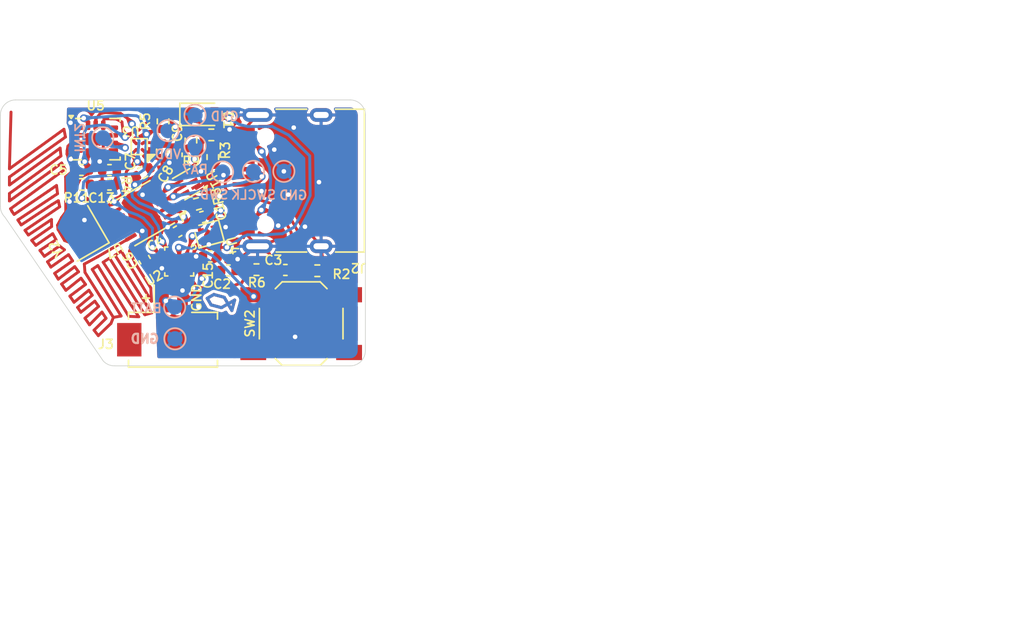
<source format=kicad_pcb>
(kicad_pcb (version 20241229) (generator "pcbnew") (generator_version "9.0")
  (layers (0 "F.Cu" signal) (2 "B.Cu" signal) (13 "F.Paste" user) (15 "B.Paste" user) (5 "F.SilkS" user "F.Silkscreen") (7 "B.SilkS" user "B.Silkscreen") (1 "F.Mask" user) (3 "B.Mask" user) (25 "Edge.Cuts" user))
  (net 0 "")
  (net 1 "+5V")
  (net 2 "GND")
  (net 3 "+BATT")
  (net 4 "VDD")
  (net 5 "Net-(U2-VDD)")
  (net 6 "Net-(U5-VDD)")
  (net 7 "Net-(U3-VDD)")
  (net 8 "LED")
  (net 10 "SWD")
  (net 11 "SWCLK")
  (net 12 "Net-(D1-K)")
  (net 13 "Net-(J2-CC1)")
  (net 14 "Net-(J2-CC2)")
  (net 15 "SCL")
  (net 16 "SDA")
  (net 17 "PWRINT")
  (net 18 "Net-(U7-V5)")
  (net 19 "Net-(U5-INT2)")
  (net 20 "Net-(U7-XI)")
  (net 21 "Net-(U7-XO)")
  (net 28 "Net-(D1-A)")
  (footprint "cnhardware:R_0402_1005Metric_COMPACT" (layer "F.Cu") (at 114.53 36.17 90)
    (property "Reference" "R9")
    (property "Value" "22Ω" (hide yes))
  )
  (footprint "Capacitor_SMD:C_0402_1005Metric" (layer "F.Cu") (at 113.59 37.11 -90)
    (property "Reference" "C8")
    (property "Value" "0.1μF")
  )
  (footprint "Resistor_SMD:R_0402_1005Metric" (layer "F.Cu") (at 111.36 38.27 -150)
    (property "Reference" "R4")
    (property "Value" "5.1k")
  )
  (footprint "cnhardware:xdfn-reg" (layer "F.Cu") (at 115.703209 42.326076 -75)
    (property "Reference" "U4")
    (property "Value" "MG6229D4-28")
  )
  (footprint "cnhardware:WLP-4_0.83x0.83mm_P0.4mm" (layer "F.Cu") (at 111.132499 36.57 180)
    (property "Reference" "U3")
    (property "Value" "QMC6309")
  )
  (footprint "cnhardware:WLCSP-9-P0.5mm" (layer "F.Cu") (at 113.76 44.13 -90)
    (property "Reference" "U2")
    (property "Value" "AW32001ECSR")
  )
  (footprint "Resistor_SMD:R_0402_1005Metric" (layer "F.Cu") (at 112.7 34.91 90)
    (property "Reference" "R5")
    (property "Value" "5.1k")
  )
  (footprint "LED_SMD:LED_0603_1608Metric" (layer "F.Cu") (at 115.2875 34.45)
    (property "Reference" "D1")
    (property "Value" "LED")
  )
  (footprint "cnhardware:LGA-14_3x2.5mm_P0.5mm_LayoutBorder3x4y_EVEN_PADS" (layer "F.Cu") (at 108.264998 36.079999)
    (property "Reference" "U5")
    (property "Value" "~")
  )
  (footprint "Resistor_SMD:R_0402_1005Metric" (layer "F.Cu") (at 118.84 44.67 180)
    (property "Reference" "R6")
    (property "Value" "5.1k")
  )
  (footprint "Capacitor_SMD:C_0402_1005Metric" (layer "F.Cu") (at 109.175 38.117498 180)
    (property "Reference" "C7")
    (property "Value" "10u")
  )
  (footprint "Capacitor_SMD:C_0402_1005Metric" (layer "F.Cu") (at 107.33 38.107498 180)
    (property "Reference" "C5")
    (property "Value" "0.1u")
  )
  (footprint "cnhardware:DFN-6_1.2x1.0mm_P0.4mm" (layer "F.Cu") (at 114.29 39.05 -150)
    (property "Reference" "U1")
    (property "Value" "~")
  )
  (footprint "Resistor_SMD:R_0402_1005Metric" (layer "F.Cu") (at 114.96 40.34 15)
    (property "Reference" "R8")
    (property "Value" "NP")
  )
  (footprint "Crystal:Crystal_SMD_2016-4Pin_2.0x1.6mm" (layer "F.Cu") (at 107.4 42.285 120)
    (property "Reference" "Y2")
    (property "Value" "32MHz")
  )
  (footprint "Capacitor_SMD:C_0402_1005Metric" (layer "F.Cu") (at 109.175 39.067498 180)
    (property "Reference" "C13")
    (property "Value" "0.1μF")
  )
  (footprint "Resistor_SMD:R_0402_1005Metric" (layer "F.Cu") (at 122.84 44.74)
    (property "Reference" "R2")
    (property "Value" "5.1k")
  )
  (footprint "Resistor_SMD:R_0402_1005Metric" (layer "F.Cu") (at 115.97 37.26 90)
    (property "Reference" "R3")
    (property "Value" "5.1k")
  )
  (footprint "cnhardware:USB_C_MOD_Receptacle_HRO_TYPE-C-31-M-12" (layer "F.Cu") (at 122.04 38.81 90)
    (property "Reference" "J2")
    (property "Value" "USB_C_Receptacle_USB2.0_16P")
  )
  (footprint "Capacitor_SMD:C_0402_1005Metric" (layer "F.Cu") (at 111.49 44.01 120)
    (property "Reference" "C6")
    (property "Value" "1u")
  )
  (footprint "Capacitor_SMD:C_0402_1005Metric" (layer "F.Cu") (at 120.74 44.69 180)
    (property "Reference" "C3")
    (property "Value" "10u" (hide yes))
  )
  (footprint "Capacitor_SMD:C_0402_1005Metric" (layer "F.Cu") (at 115.31 41.2 15)
    (property "Reference" "C1")
    (property "Value" "10u")
  )
  (footprint "Package_DFN_QFN:DFN-10-1EP_3x3mm_P0.5mm_EP1.7x2.5mm" (layer "F.Cu") (at 111.343438 40.948237 -150)
    (property "Reference" "U7")
    (property "Value" "CH570Q")
  )
  (footprint "Capacitor_SMD:C_0402_1005Metric" (layer "F.Cu") (at 116.99 44.72)
    (property "Reference" "C2")
    (property "Value" "10u")
  )
  (footprint "Capacitor_SMD:C_0402_1005Metric" (layer "F.Cu") (at 113.655692 42.16 -150)
    (property "Reference" "C4")
    (property "Value" "0.1u")
  )
  (footprint "cnhardware:R_0402_1005Metric_COMPACT" (layer "F.Cu") (at 107.37 39.057498)
    (property "Reference" "R11")
    (property "Value" "22Ω" (hide yes))
  )
  (footprint "Connector_Hirose:Hirose_DF13C_CL535-0402-2-51_1x02-1MP_P1.25mm_Vertical" (layer "F.Cu") (at 113.35 48.03)
    (property "Reference" "J3")
    (property "Value" "BAT/MX1.25")
  )
  (footprint "cnhardware:R_0402_1005Metric_COMPACT" (layer "F.Cu") (at 115.87 35.799999 180)
    (property "Reference" "R10" (hide yes))
    (property "Value" "220Ω" (hide yes))
  )
  (footprint "Capacitor_SMD:C_0402_1005Metric" (layer "F.Cu") (at 115.8 43.8 180)
    (property "Reference" "C15")
    (property "Value" "1u")
  )
  (footprint "Capacitor_SMD:C_0402_1005Metric" (layer "F.Cu") (at 112.6325 36.850086 -90)
    (property "Reference" "C9")
    (property "Value" "10u")
  )
  (footprint "Button_Switch_SMD:SW_SPST_TL3342" (layer "F.Cu") (at 121.78 48.22)
    (property "Reference" "SW2")
    (property "Value" "TS-1187A-B-A-B")
  )
  (footprint "TestPoint:TestPoint_Pad_D1.0mm" (layer "B.Cu") (at 108.734998 35.987498 90)
    (property "Reference" "TP1" (hide yes))
    (property "Value" "INT2")
  )
  (footprint "TestPoint:TestPoint_Pad_D1.0mm" (layer "B.Cu") (at 116.61 38.24 180)
    (property "Reference" "TP2" (hide yes))
    (property "Value" "SWD")
  )
  (footprint "TestPoint:TestPoint_Pad_D1.0mm" (layer "B.Cu") (at 113.48 49.22 -90)
    (property "Reference" "TP7")
    (property "Value" "GND")
  )
  (footprint "TestPoint:TestPoint_Pad_D1.0mm" (layer "B.Cu") (at 114.8 34.5 180)
    (property "Reference" "TP5" (hide yes))
    (property "Value" "GND")
  )
  (footprint "TestPoint:TestPoint_Pad_D1.0mm" (layer "B.Cu") (at 113.02 35.52 180)
    (property "Reference" "TP8" (hide yes))
    (property "Value" "VDD")
  )
  (footprint "TestPoint:TestPoint_Pad_D1.0mm" (layer "B.Cu") (at 120.64 38.2 180)
    (property "Reference" "TP4" (hide yes))
    (property "Value" "GND")
  )
  (footprint "TestPoint:TestPoint_Pad_D1.0mm" (layer "B.Cu") (at 114.8 36.525 180)
    (property "Reference" "TP6" (hide yes))
    (property "Value" "PA7")
  )
  (footprint "TestPoint:TestPoint_Pad_D1.0mm" (layer "B.Cu") (at 113.46 47.13 180)
    (property "Reference" "TP9" (hide yes))
    (property "Value" "BATT")
  )
  (footprint "TestPoint:TestPoint_Pad_D1.0mm" (layer "B.Cu") (at 118.64 38.2 180)
    (property "Reference" "TP3" (hide yes))
    (property "Value" "SWCLK")
  )
  (gr_line (start 115.853974 46.986987) (end 115.603975 46.553975) (stroke (width 0.2)) (layer "F.Cu") (net 17))
  (gr_line (start 115.853974 46.986987) (end 116.536988 47.169999) (stroke (width 0.2)) (layer "F.Cu") (net 17))
  (gr_line (start 117.22 47.353013) (end 117.403013 46.669999) (stroke (width 0.2)) (layer "F.Cu") (net 17))
  (gr_line (start 115.603975 46.553975) (end 116.036988 46.303974) (stroke (width 0.2)) (layer "F.Cu") (net 17))
  (gr_line (start 116.036988 46.303974) (end 116.72 46.486987) (stroke (width 0.2)) (layer "F.Cu") (net 17))
  (gr_line (start 116.72 46.486987) (end 117.22 47.353013) (stroke (width 0.2)) (layer "F.Cu") (net 17))
  (gr_line (start 117.403013 46.669999) (end 116.536988 47.169999) (stroke (width 0.2)) (layer "F.Cu") (net 17))
  (gr_line (start 116.536988 47.169999) (end 117.403013 46.669999) (stroke (width 0.2)) (layer "B.Cu"))
  (gr_line (start 117.22 47.353013) (end 116.72 46.486987) (stroke (width 0.2)) (layer "B.Cu"))
  (gr_line (start 116.036988 46.303974) (end 116.72 46.486987) (stroke (width 0.2)) (layer "B.Cu"))
  (gr_line (start 115.603975 46.553975) (end 116.036988 46.303974) (stroke (width 0.2)) (layer "B.Cu"))
  (gr_line (start 117.403013 46.669999) (end 117.22 47.353013) (stroke (width 0.2)) (layer "B.Cu"))
  (gr_line (start 115.853974 46.986987) (end 116.536988 47.169999) (stroke (width 0.2)) (layer "B.Cu"))
  (gr_line (start 115.603975 46.553975) (end 115.853974 46.986987) (stroke (width 0.2)) (layer "B.Cu"))
  (gr_arc (start 109.5 50.999999) (mid 109.094185 50.913954) (end 108.758207 50.670628) (stroke (width 0.05)) (layer "Edge.Cuts"))
  (gr_arc (start 126 50) (mid 125.707107 50.707107) (end 125 51) (stroke (width 0.05)) (layer "Edge.Cuts"))
  (gr_arc (start 102.292893 41.207107) (mid 102.07612 40.882684) (end 102 40.5) (stroke (width 0.05)) (layer "Edge.Cuts"))
  (gr_line (start 125 33.5) (end 103 33.5) (stroke (width 0.05)) (layer "Edge.Cuts"))
  (gr_line (start 125 51) (end 109.5 51) (stroke (width 0.05)) (layer "Edge.Cuts"))
  (gr_arc (start 125 33.5) (mid 125.707107 33.792893) (end 126 34.5) (stroke (width 0.05)) (layer "Edge.Cuts"))
  (gr_line (start 126 50) (end 126 34.5) (stroke (width 0.05)) (layer "Edge.Cuts"))
  (gr_line (start 102 34.5) (end 102 40.5) (stroke (width 0.05)) (layer "Edge.Cuts"))
  (gr_arc (start 102 34.5) (mid 102.292893 33.792893) (end 103 33.5) (stroke (width 0.05)) (layer "Edge.Cuts"))
  (gr_line (start 102.292893 41.207106) (end 108.758207 50.670629) (stroke (width 0.05)) (layer "Edge.Cuts"))
  (gr_text "+" (at 111.13 46.85 0) (layer "F.SilkS") (effects (font (size 0.6 0.6) (thickness 0.11) (bold yes)) (justify left bottom)))
  (gr_text "GND" (at 115.26 47.5 90) (layer "F.SilkS") (effects (font (size 0.6 0.6) (thickness 0.11) (bold yes)) (justify left bottom)))
  (segment (start 115.16 40) (end 115.562622 40.308002) (width 0.19) (layer "F.Cu") (net 1))
  (segment (start 116.38 40.66) (end 116.09 40.4) (width 0.19) (layer "F.Cu") (net 1))
  (segment (start 119.03 40.98) (end 119.16 40.74) (width 0.19) (layer "F.Cu") (net 1))
  (segment (start 116.09 40.4) (end 115.452622 40.208002) (width 0.19) (layer "F.Cu") (net 1))
  (segment (start 117.955 41.26) (end 118.79 41.21) (width 0.19) (layer "F.Cu") (net 1))
  (segment (start 117 41.3) (end 116.493175 40.776825) (width 0.19) (layer "F.Cu") (net 1))
  (segment (start 114.26 43.63) (end 114.63 42.46) (width 0.19) (layer "F.Cu") (net 1))
  (segment (start 115.16 40) (end 114.67 39.78) (width 0.19) (layer "F.Cu") (net 1))
  (segment (start 118.79 41.21) (end 119.03 40.98) (width 0.19) (layer "F.Cu") (net 1))
  (segment (start 117 41.3) (end 117.955 41.26) (width 0.19) (layer "F.Cu") (net 1))
  (segment (start 118.78 36.41) (end 117.955 36.36) (width 0.19) (layer "F.Cu") (net 1))
  (segment (start 121.22 44.69) (end 121.12 42.22) (width 0.19) (layer "F.Cu") (net 1))
  (segment (start 114.45 39.69) (end 114.117612 39.61141) (width 0.19) (layer "F.Cu") (net 1))
  (segment (start 116.493175 40.776825) (end 116.38 40.66) (width 0.19) (layer "F.Cu") (net 1))
  (segment (start 121.12 42.22) (end 120.43 40.9) (width 0.19) (layer "F.Cu") (net 1))
  (segment (start 114.67 39.78) (end 114.45 39.69) (width 0.19) (layer "F.Cu") (net 1))
  (segment (start 120.43 40.9) (end 119.16 40.74) (width 0.19) (layer "F.Cu") (net 1))
  (segment (start 119.18 36.89) (end 118.78 36.41) (width 0.19) (layer "F.Cu") (net 1))
  (via (at 119.16 40.74) (size 0.5) (drill 0.3) (layers "F.Cu" "B.Cu") (net 1))
  (via (at 114.63 42.46) (size 0.5) (drill 0.3) (layers "F.Cu" "B.Cu") (net 1))
  (via (at 119.18 36.89) (size 0.5) (drill 0.3) (layers "F.Cu" "B.Cu") (net 1))
  (via (at 116.493175 40.776825) (size 0.5) (drill 0.3) (layers "F.Cu" "B.Cu") (net 1))
  (segment (start 119.16 40.74) (end 119.71 39.78) (width 0.19) (layer "B.Cu") (net 1))
  (segment (start 114.63 42.46) (end 115.48 42.09) (width 0.19) (layer "B.Cu") (net 1))
  (segment (start 119.77 38.81) (end 119.7 37.95) (width 0.19) (layer "B.Cu") (net 1))
  (segment (start 115.85 41.4) (end 116.493175 40.776825) (width 0.19) (layer "B.Cu") (net 1))
  (segment (start 115.48 42.09) (end 115.85 41.4) (width 0.19) (layer "B.Cu") (net 1))
  (segment (start 119.7 37.95) (end 119.18 36.89) (width 0.19) (layer "B.Cu") (net 1))
  (segment (start 119.71 39.78) (end 119.77 38.81) (width 0.19) (layer "B.Cu") (net 1))
  (segment (start 105.4 40.38) (end 103.368787 41.727165) (width 0.19) (layer "F.Cu") (net 2))
  (segment (start 115.31 38.22) (end 115.19 38.2) (width 0.19) (layer "F.Cu") (net 2))
  (segment (start 109.43 47.81) (end 109.27 48.21) (width 0.19) (layer "F.Cu") (net 2))
  (segment (start 108.04 46.35) (end 107.82 46.02) (width 0.19) (layer "F.Cu") (net 2))
  (segment (start 106.568187 46.410248) (end 107.6 45.64) (width 0.19) (layer "F.Cu") (net 2))
  (segment (start 105.66 42.7) (end 105.44 42.3) (width 0.19) (layer "F.Cu") (net 2))
  (segment (start 120.26 44.69) (end 119.67 43.59) (width 0.19) (layer "F.Cu") (net 2))
  (segment (start 113.24 42.4) (end 111.343438 40.948237) (width 0.19) (layer "F.Cu") (net 2))
  (segment (start 105.93 36.67) (end 102.595 39.1) (width 0.19) (layer "F.Cu") (net 2))
  (segment (start 116.72 36.61) (end 116.9 36.3) (width 0.19) (layer "F.Cu") (net 2))
  (segment (start 102.758191 40.833413) (end 102.67 40.66) (width 0.19) (layer "F.Cu") (net 2))
  (segment (start 106.89 44.47) (end 105.804897 45.292991) (width 0.19) (layer "F.Cu") (net 2))
  (segment (start 104.33 43.07) (end 104.060503 42.739656) (width 0.19) (layer "F.Cu") (net 2))
  (segment (start 111.89 45.87) (end 111.94 46.75) (width 0.19) (layer "F.Cu") (net 2))
  (segment (start 107.076863 47.154816) (end 108.04 46.35) (width 0.19) (layer "F.Cu") (net 2))
  (segment (start 111.94 46.75) (end 109.95 43.45) (width 0.19) (layer "F.Cu") (net 2))
  (segment (start 115.03 47.12) (end 113.975 46.04) (width 0.19) (layer "F.Cu") (net 2))
  (segment (start 108.04 44.65) (end 109.94 47.72) (width 0.19) (layer "F.Cu") (net 2))
  (segment (start 112.87 44.584118) (end 112.75 44.57) (width 0.19) (layer "F.Cu") (net 2))
  (segment (start 107.6 45.64) (end 107.3 45.23) (width 0.19) (layer "F.Cu") (net 2))
  (segment (start 106.75 44.09) (end 106.48 43.68) (width 0.19) (layer "F.Cu") (net 2))
  (segment (start 107.14 44.81) (end 106.89 44.47) (width 0.19) (layer "F.Cu") (net 2))
  (segment (start 105.32 44.5) (end 105.1 44.15) (width 0.19) (layer "F.Cu") (net 2))
  (segment (start 108.264999 36.667499) (end 108.264998 36.992498) (width 0.19) (layer "F.Cu") (net 2))
  (segment (start 122.028131 41.841869) (end 123.05 43.13) (width 0.19) (layer "F.Cu") (net 2))
  (segment (start 112.87 44.584118) (end 112.62 44.58) (width 0.19) (layer "F.Cu") (net 2))
  (segment (start 107.102495 35.829996) (end 107.102499 35.329998) (width 0.19) (layer "F.Cu") (net 2))
  (segment (start 105.69 39.13) (end 105.14 39.51) (width 0.19) (layer "F.Cu") (net 2))
  (segment (start 115.9 38.935) (end 115.425 38.885) (width 0.19) (layer "F.Cu") (net 2))
  (segment (start 117.47 44.62) (end 117.6 43.977342) (width 0.19) (layer "F.Cu") (net 2))
  (segment (start 117.135714 35.685714) (end 117.2 35.6) (width 0.19) (layer "F.Cu") (net 2))
  (segment (start 106.843601 46.813381) (end 106.568187 46.410248) (width 0.19) (layer "F.Cu") (net 2))
  (segment (start 106.624998 37.397498) (end 106.85 38.107498) (width 0.19) (layer "F.Cu") (net 2))
  (segment (start 115.327964 42.910072) (end 115.334984 43.33) (width 0.19) (layer "F.Cu") (net 2))
  (segment (start 120.93 39.734019) (end 122.028131 41.841869) (width 0.19) (layer "F.Cu") (net 2))
  (segment (start 123.05 34.49) (end 118.87 34.49) (width 0.19) (layer "F.Cu") (net 2))
  (segment (start 107.860953 48.302517) (end 107.560313 47.862459) (width 0.19) (layer "F.Cu") (net 2))
  (segment (start 107.560313 47.862459) (end 108.46 47.09) (width 0.19) (layer "F.Cu") (net 2))
  (segment (start 102.902072 41.033515) (end 102.758191 40.833413) (width 0.19) (layer "F.Cu") (net 2))
  (segment (start 113.07 37.33906) (end 113.11 37.63) (width 0.19) (layer "F.Cu") (net 2))
  (segment (start 108.39 43.83) (end 110.576876 42.545513) (width 0.19) (layer "F.Cu") (net 2))
  (segment (start 107.102499 35.329998) (end 106.75 35.34) (width 0.19) (layer "F.Cu") (net 2))
  (segment (start 111.25 43.594308) (end 111.65 42.62) (width 0.19) (layer "F.Cu") (net 2))
  (segment (start 115.225 39.11) (end 115.425 38.885) (width 0.19) (layer "F.Cu") (net 2))
  (segment (start 115.32 43.8) (end 114.87 43.8) (width 0.19) (layer "F.Cu") (net 2))
  (segment (start 106.3 40.87) (end 106.297013 40.18) (width 0.19) (layer "F.Cu") (net 2))
  (segment (start 102.595 40.15) (end 102.595 39.66) (width 0.19) (layer "F.Cu") (net 2))
  (segment (start 105.9 40.53) (end 105.81 40.13) (width 0.19) (layer "F.Cu") (net 2))
  (segment (start 111.96 47.51) (end 111.5 47.64) (width 0.19) (layer "F.Cu") (net 2))
  (segment (start 105.98 37.19) (end 105.93 36.67) (width 0.19) (layer "F.Cu") (net 2))
  (segment (start 107.52 44.3) (end 108.39 43.83) (width 0.19) (layer "F.Cu") (net 2))
  (segment (start 112.75 44.57) (end 112.36 44.25) (width 0.19) (layer "F.Cu") (net 2))
  (segment (start 110.44 47.74) (end 108.41 44.4) (width 0.19) (layer "F.Cu") (net 2))
  (segment (start 111.52 36.96) (end 112.09 37.149617) (width 0.19) (layer "F.Cu") (net 2))
  (segment (start 118.65 50.23) (end 121.38 49.09) (width 0.19) (layer "F.Cu") (net 2))
  (segment (start 105.36 41.37) (end 103.84 42.39) (width 0.19) (layer "F.Cu") (net 2))
  (segment (start 106.21 43.36) (end 105.89 43.11) (width 0.19) (layer "F.Cu") (net 2))
  (segment (start 115.73 42.44) (end 115.327964 42.910072) (width 0.19) (layer "F.Cu") (net 2))
  (segment (start 116.9 36.3) (end 116.96 35.92) (width 0.19) (layer "F.Cu") (net 2))
  (segment (start 108.32 43.419898) (end 108.98 43.04) (width 0.19) (layer "F.Cu") (net 2))
  (segment (start 106.28 35.94) (end 106.18 35.43) (width 0.19) (layer "F.Cu") (net 2))
  (segment (start 107.45 42.01) (end 107.526314 41.403782) (width 0.19) (layer "F.Cu") (net 2))
  (segment (start 112.36 44.25) (end 111.99 43.74) (width 0.19) (layer "F.Cu") (net 2))
  (segment (start 111.1 47.77) (end 110.44 47.74) (width 0.19) (layer "F.Cu") (net 2))
  (segment (start 108.695 38.117498) (end 108.53 37.55) (width 0.19) (layer "F.Cu") (net 2))
  (segment (start 120.27 41.77) (end 120.25 42.69) (width 0.19) (layer "F.Cu") (net 2))
  (segment (start 108.16 48.65) (end 108.95 47.87) (width 0.19) (layer "F.Cu") (net 2))
  (segment (start 109.54 43.72) (end 111.62 47.01) (width 0.19) (layer "F.Cu") (net 2))
  (segment (start 111.31 42.49) (end 111.14 42.81) (width 0.19) (layer "F.Cu") (net 2))
  (segment (start 108.21 46.74) (end 107.291263 47.468641) (width 0.19) (layer "F.Cu") (net 2))
  (segment (start 106.03 41.23) (end 106.3 40.87) (width 0.19) (layer "F.Cu") (net 2))
  (segment (start 106.29 38.56) (end 106.85 38.107498) (width 0.19) (layer "F.Cu") (net 2))
  (segment (start 107.102496 36.017498) (end 107.102495 35.829996) (width 0.19) (layer "F.Cu") (net 2))
  (segment (start 107.989999 36.392499) (end 108.189998 36.567498) (width 0.19) (layer "F.Cu") (net 2))
  (segment (start 116.025 39.335) (end 115.9 38.935) (width 0.19) (layer "F.Cu") (net 2))
  (segment (start 105.37 41.83) (end 105.36 41.37) (width 0.19) (layer "F.Cu") (net 2))
  (segment (start 105.76 41.74) (end 106.03 41.23) (width 0.19) (layer "F.Cu") (net 2))
  (segment (start 111.77 42.4) (end 112.06 42.11) (width 0.19) (layer "F.Cu") (net 2))
  (segment (start 107.56 44.84) (end 107.52 44.3) (width 0.19) (layer "F.Cu") (net 2))
  (segment (start 123.35 44.74) (end 123.05 43.13) (width 0.19) (layer "F.Cu") (net 2))
  (segment (start 113.07 37.33906) (end 112.6325 37.330086) (width 0.19) (layer "F.Cu") (net 2))
  (segment (start 112.06 42.11) (end 111.343438 40.948237) (width 0.19) (layer "F.Cu") (net 2))
  (segment (start 102.595 39.66) (end 105.98 37.19) (width 0.19) (layer "F.Cu") (net 2))
  (segment (start 111.65 42.62) (end 111.77 42.4) (width 0.19) (layer "F.Cu") (net 2))
  (segment (start 118.87 34.49) (end 117.955 35.56) (width 0.19) (layer "F.Cu") (net 2))
  (segment (start 111.33 42.12) (end 111.31 42.49) (width 0.19) (layer "F.Cu") (net 2))
  (segment (start 108.76 44.18) (end 111.1 47.77) (width 0.19) (layer "F.Cu") (net 2))
  (segment (start 106.439998 36.542498) (end 106.614998 36.367498) (width 0.19) (layer "F.Cu") (net 2))
  (segment (start 107.291263 47.468641) (end 107.076863 47.154816) (width 0.19) (layer "F.Cu") (net 2))
  (segment (start 105.81 40.13) (end 105.4 40.38) (width 0.19) (layer "F.Cu") (net 2))
  (segment (start 116.5 36.75) (end 116.72 36.61) (width 0.19) (layer "F.Cu") (net 2))
  (segment (start 117.48 35.02) (end 117.07 35.44) (width 0.19) (layer "F.Cu") (net 2))
  (segment (start 117.955 42.06) (end 118.87 43.13) (width 0.19) (layer "F.Cu") (net 2))
  (segment (start 111.62 47.01) (end 111.96 47.51) (width 0.19) (layer "F.Cu") (net 2))
  (segment (start 106.25 38.07) (end 106.03 37.65) (width 0.19) (layer "F.Cu") (net 2))
  (segment (start 103.15 41.4) (end 105.41 39.9) (width 0.19) (layer "F.Cu") (net 2))
  (segment (start 108.53 37.55) (end 108.264998 37.392498) (width 0.19) (layer "F.Cu") (net 2))
  (segment (start 105.76 39.67) (end 105.69 39.13) (width 0.19) (layer "F.Cu") (net 2))
  (segment (start 115.334984 43.33) (end 115.71 43.01) (width 0.19) (layer "F.Cu") (net 2))
  (segment (start 102.595 39.1) (end 102.595 38.57) (width 0.19) (layer "F.Cu") (net 2))
  (segment (start 117 41.89) (end 117.955 42.06) (width 0.19) (layer "F.Cu") (net 2))
  (segment (start 116.01 36.75) (end 116.5 36.75) (width 0.19) (layer "F.Cu") (net 2))
  (segment (start 107.273686 43.166218) (end 106.22 42.75) (width 0.19) (layer "F.Cu") (net 2))
  (segment (start 102.595 38.57) (end 106.28 35.94) (width 0.19) (layer "F.Cu") (net 2))
  (segment (start 105.41 39.9) (end 105.76 39.67) (width 0.19) (layer "F.Cu") (net 2))
  (segment (start 108.264998 37.392498) (end 108.264998 36.992498) (width 0.19) (layer "F.Cu") (net 2))
  (segment (start 105.44 42.3) (end 104.33 43.07) (width 0.19) (layer "F.Cu") (net 2))
  (segment (start 118.91 34.49) (end 117.69 34.5) (width 0.19) (layer "F.Cu") (net 2))
  (segment (start 107.4 42.285) (end 107.45 42.01) (width 0.19) (layer "F.Cu") (net 2))
  (segment (start 110.61 43.17) (end 110.49 43.45) (width 0.19) (layer "F.Cu") (net 2))
  (segment (start 106.59 35.23) (end 106.61 35) (width 0.19) (layer "F.Cu") (net 2))
  (segment (start 105.45 38.64) (end 106.25 38.07) (width 0.19) (layer "F.Cu") (net 2))
  (segment (start 110.86 44.24) (end 111.89 45.87) (width 0.19) (layer "F.Cu") (net 2))
  (segment (start 102.595 38.03) (end 102.7 34.3) (width 0.19) (layer "F.Cu") (net 2))
  (segment (start 113.26 44.63) (end 112.87 44.584118) (width 0.19) (layer "F.Cu") (net 2))
  (segment (start 119.67 43.59) (end 118.87 43.13) (width 0.19) (layer "F.Cu") (net 2))
  (segment (start 105.14 39.51) (end 102.902072 41.033515) (width 0.19) (layer "F.Cu") (net 2))
  (segment (start 108.41 44.4) (end 108.04 44.65) (width 0.19) (layer "F.Cu") (net 2))
  (segment (start 107.739997 36.317498) (end 107.989999 36.392499) (width 0.19) (layer "F.Cu") (net 2))
  (segment (start 106.75 35.34) (end 106.59 35.23) (width 0.19) (layer "F.Cu") (net 2))
  (segment (start 107.102497 36.330001) (end 107.102496 36.017498) (width 0.19) (layer "F.Cu") (net 2))
  (segment (start 117.2 35.6) (end 117.955 35.56) (width 0.19) (layer "F.Cu") (net 2))
  (segment (start 119.17 39.5) (end 120.93 39.734019) (width 0.19) (layer "F.Cu") (net 2))
  (segment (start 106.22 42.75) (end 105.79 42.02) (width 0.19) (layer "F.Cu") (net 2))
  (segment (start 108.189998 36.567498) (end 108.264999 36.667499) (width 0.19) (layer "F.Cu") (net 2))
  (segment (start 109.94 47.72) (end 109.43 47.81) (width 0.19) (layer "F.Cu") (net 2))
  (segment (start 116.81 41.87) (end 115.883644 41.175767) (width 0.19) (layer "F.Cu") (net 2))
  (segment (start 111.5 47.64) (end 109.18 43.91) (width 0.19) (layer "F.Cu") (net 2))
  (segment (start 106.03 37.65) (end 105.2 38.27) (width 0.19) (layer "F.Cu") (net 2))
  (segment (start 108.695 38.117498) (end 108.695 39.067498) (width 0.19) (layer "F.Cu") (net 2))
  (segment (start 106.54 40.19) (end 106.297013 40.18) (width 0.19) (layer "F.Cu") (net 2))
  (segment (start 107.56 44.84) (end 109.43 47.81) (width 0.19) (layer "F.Cu") (net 2))
  (segment (start 108.764999 36.992498) (end 108.264998 36.992498) (width 0.19) (layer "F.Cu") (net 2))
  (segment (start 105.804897 45.292991) (end 105.57 44.91) (width 0.19) (layer "F.Cu") (net 2))
  (segment (start 116.81 41.87) (end 117 41.89) (width 0.19) (layer "F.Cu") (net 2))
  (segment (start 115.334984 43.33) (end 115.34 43.63) (width 0.19) (layer "F.Cu") (net 2))
  (segment (start 106.624998 37.397498) (end 106.38 37.07) (width 0.19) (layer "F.Cu") (net 2))
  (segment (start 106.789998 36.317498) (end 107.102497 36.330001) (width 0.19) (layer "F.Cu") (net 2))
  (segment (start 118.91 43.13) (end 120.25 42.69) (width 0.19) (layer "F.Cu") (net 2))
  (segment (start 107.82 46.02) (end 106.843601 46.813381) (width 0.19) (layer "F.Cu") (net 2))
  (segment (start 106.307209 46.028243) (end 106.025431 45.615794) (width 0.19) (layer "F.Cu") (net 2))
  (segment (start 104.060503 42.739656) (end 105.37 41.83) (width 0.19) (layer "F.Cu") (net 2))
  (segment (start 105.57 44.91) (end 106.75 44.09) (width 0.19) (layer "F.Cu") (net 2))
  (segment (start 111.332499 36.77) (end 111.52 36.96) (width 0.19) (layer "F.Cu") (net 2))
  (segment (start 109.95 43.45) (end 109.54 43.72) (width 0.19) (layer "F.Cu") (net 2))
  (segment (start 108.46 47.09) (end 108.21 46.74) (width 0.19) (layer "F.Cu") (net 2))
  (segment (start 105.89 43.11) (end 104.89 43.79) (width 0.19) (layer "F.Cu") (net 2))
  (segment (start 106.614998 36.367498) (end 106.789998 36.317498) (width 0.19) (layer "F.Cu") (net 2))
  (segment (start 107.273686 43.166218) (end 108.08 43.44) (width 0.19) (layer "F.Cu") (net 2))
  (segment (start 116.96 35.92) (end 117.135714 35.685714) (width 0.19) (layer "F.Cu") (net 2))
  (segment (start 111.99 43.74) (end 111.25 43.594308) (width 0.19) (layer "F.Cu") (net 2))
  (segment (start 121.38 49.09) (end 124.95 50.23) (width 0.19) (layer "F.Cu") (net 2))
  (segment (start 106.42 39.73) (end 106.297013 40.18) (width 0.19) (layer "F.Cu") (net 2))
  (segment (start 113.24 42.4) (end 113 41.87) (width 0.19) (layer "F.Cu") (net 2))
  (segment (start 115.31 38.22) (end 115.425 38.885) (width 0.19) (layer "F.Cu") (net 2))
  (segment (start 108.68 47.46) (end 107.860953 48.302517) (width 0.19) (layer "F.Cu") (net 2))
  (segment (start 104.6 43.4) (end 105.66 42.7) (width 0.19) (layer "F.Cu") (net 2))
  (segment (start 109.18 43.91) (end 108.76 44.18) (width 0.19) (layer "F.Cu") (net 2))
  (segment (start 110.61 43.17) (end 111.14 42.81) (width 0.19) (layer "F.Cu") (net 2))
  (segment (start 102.67 40.66) (end 105.45 38.64) (width 0.19) (layer "F.Cu") (net 2))
  (segment (start 113.6075 37.59) (end 113.07 37.33906) (width 0.19) (layer "F.Cu") (net 2))
  (segment (start 108.95 47.87) (end 108.68 47.46) (width 0.19) (layer "F.Cu") (net 2))
  (segment (start 104.89 43.79) (end 104.6 43.4) (width 0.19) (layer "F.Cu") (net 2))
  (segment (start 109.27 48.21) (end 108.44 49.01) (width 0.19) (layer "F.Cu") (net 2))
  (segment (start 107.3 45.23) (end 106.307209 46.028243) (width 0.19) (layer "F.Cu") (net 2))
  (segment (start 115.301173 42.796148) (end 115.71 43.01) (width 0.19) (layer "F.Cu") (net 2))
  (segment (start 107.273686 43.166218) (end 107.4 42.285) (width 0.19) (layer "F.Cu") (net 2))
  (segment (start 117.6 43.977342) (end 118.87 43.13) (width 0.19) (layer "F.Cu") (net 2))
  (segment (start 103.62 42.08) (end 105.9 40.53) (width 0.19) (layer "F.Cu") (net 2))
  (segment (start 117.135714 35.685714) (end 117.07 35.44) (width 0.19) (layer "F.Cu") (net 2))
  (segment (start 105.79 42.02) (end 105.76 41.74) (width 0.19) (layer "F.Cu") (net 2))
  (segment (start 106.3 39.61) (end 106.42 39.73) (width 0.19) (layer "F.Cu") (net 2))
  (segment (start 106.38 37.07) (end 106.39 36.84) (width 0.19) (layer "F.Cu") (net 2))
  (segment (start 108.08 43.44) (end 108.32 43.419898) (width 0.19) (layer "F.Cu") (net 2))
  (segment (start 116.41 39.83) (end 116.025 39.335) (width 0.19) (layer "F.Cu") (net 2))
  (segment (start 108.44 49.01) (end 108.16 48.65) (width 0.19) (layer "F.Cu") (net 2))
  (segment (start 106.18 35.43) (end 102.595 38.03) (width 0.19) (layer "F.Cu") (net 2))
  (segment (start 105.1 44.15) (end 106.21 43.36) (width 0.19) (layer "F.Cu") (net 2))
  (segment (start 103.368787 41.727165) (end 103.15 41.4) (width 0.19) (layer "F.Cu") (net 2))
  (segment (start 106.48 43.68) (end 105.32 44.5) (width 0.19) (layer "F.Cu") (net 2))
  (segment (start 117.61 34.76) (end 117.48 35.02) (width 0.19) (layer "F.Cu") (net 2))
  (segment (start 106.3 39.61) (end 106.29 38.56) (width 0.19) (layer "F.Cu") (net 2))
  (segment (start 117.69 34.5) (end 117.61 34.76) (width 0.19) (layer "F.Cu") (net 2))
  (segment (start 106.39 36.84) (end 106.439998 36.542498) (width 0.19) (layer "F.Cu") (net 2))
  (segment (start 106.025431 45.615794) (end 107.14 44.81) (width 0.19) (layer "F.Cu") (net 2))
  (segment (start 110.86 44.24) (end 110.49 43.45) (width 0.19) (layer "F.Cu") (net 2))
  (segment (start 103.84 42.39) (end 103.62 42.08) (width 0.19) (layer "F.Cu") (net 2))
  (segment (start 107.102497 36.330001) (end 107.739997 36.317498) (width 0.19) (layer "F.Cu") (net 2))
  (segment (start 105.2 38.27) (end 102.595 40.15) (width 0.19) (layer "F.Cu") (net 2))
  (segment (start 112.09 37.149617) (end 112.6325 37.330086) (width 0.19) (layer "F.Cu") (net 2))
  (segment (start 114.884784 39.326409) (end 115.225 39.11) (width 0.19) (layer "F.Cu") (net 2))
  (via (at 120.01 36.77) (size 0.5) (drill 0.3) (layers "F.Cu" "B.Cu") (net 2))
  (via (at 115.19 38.2) (size 0.5) (drill 0.3) (layers "F.Cu" "B.Cu") (net 2))
  (via (at 120.64 38.2) (size 0.5) (drill 0.3) (layers "F.Cu" "B.Cu") (net 2))
  (via (at 114.87 43.8) (size 0.5) (drill 0.3) (layers "F.Cu" "B.Cu") (net 2))
  (via (at 119.17 39.5) (size 0.5) (drill 0.3) (layers "F.Cu" "B.Cu") (net 2))
  (via (at 116.81 41.87) (size 0.5) (drill 0.3) (layers "F.Cu" "B.Cu") (net 2))
  (via (at 116.41 39.83) (size 0.5) (drill 0.3) (layers "F.Cu" "B.Cu") (net 2))
  (via (at 107.526314 41.403782) (size 0.5) (drill 0.3) (layers "F.Cu" "B.Cu") (net 2))
  (via (at 111.35 39.74) (size 0.5) (drill 0.3) (layers "F.Cu" "B.Cu") (net 2))
  (via (at 120.93 39.734019) (size 0.5) (drill 0.3) (layers "F.Cu" "B.Cu") (net 2))
  (via (at 121.29 35.32) (size 0.5) (drill 0.3) (layers "F.Cu" "B.Cu") (net 2))
  (via (at 115.71 43.01) (size 0.5) (drill 0.3) (layers "F.Cu" "B.Cu") (net 2))
  (via (at 121.38 49.09) (size 0.5) (drill 0.3) (layers "F.Cu" "B.Cu") (net 2))
  (via (at 108.53 37.55) (size 0.5) (drill 0.3) (layers "F.Cu" "B.Cu") (net 2))
  (via (at 106.54 40.19) (size 0.5) (drill 0.3) (layers "F.Cu" "B.Cu") (net 2))
  (via (at 117.07 35.44) (size 0.5) (drill 0.3) (layers "F.Cu" "B.Cu") (net 2))
  (via (at 112.62 44.58) (size 0.5) (drill 0.3) (layers "F.Cu" "B.Cu") (net 2))
  (via (at 113 41.87) (size 0.5) (drill 0.3) (layers "F.Cu" "B.Cu") (net 2))
  (via (at 113.975 46.04) (size 0.5) (drill 0.3) (layers "F.Cu" "B.Cu") (net 2))
  (via (at 106.61 35) (size 0.5) (drill 0.3) (layers "F.Cu" "B.Cu") (net 2))
  (via (at 122.95 38.91) (size 0.5) (drill 0.3) (layers "F.Cu" "B.Cu") (net 2))
  (via (at 120.27 41.77) (size 0.5) (drill 0.3) (layers "F.Cu" "B.Cu") (net 2))
  (via (at 106.624998 37.397498) (size 0.5) (drill 0.3) (layers "F.Cu" "B.Cu") (net 2))
  (via (at 122.028131 41.841869) (size 0.5) (drill 0.3) (layers "F.Cu" "B.Cu") (net 2))
  (via (at 113.11 37.63) (size 0.5) (drill 0.3) (layers "F.Cu" "B.Cu") (net 2))
  (via (at 117.6 43.977342) (size 0.5) (drill 0.3) (layers "F.Cu" "B.Cu") (net 2))
  (via (at 115.03 47.12) (size 0.5) (drill 0.3) (layers "F.Cu" "B.Cu") (net 2))
  (via (at 111.33 42.12) (size 0.5) (drill 0.3) (layers "F.Cu" "B.Cu") (net 2))
  (segment (start 116.3 42.56) (end 116.81 41.87) (width 0.19) (layer "B.Cu") (net 2))
  (segment (start 117.72 34.095) (end 115.51 34.095) (width 0.19) (layer "B.Cu") (net 2))
  (segment (start 115.51 34.095) (end 114.8 34.5) (width 0.19) (layer "B.Cu") (net 2))
  (segment (start 112.39541 44.52459) (end 111.64 43.84) (width 0.19) (layer "B.Cu") (net 2))
  (segment (start 113.09 43.67) (end 112.39541 44.52459) (width 0.19) (layer "B.Cu") (net 2))
  (segment (start 107.221698 34.201697) (end 107.4 34.15) (width 0.19) (layer "B.Cu") (net 2))
  (segment (start 106.83 40.35) (end 107.526314 41.403782) (width 0.19) (layer "B.Cu") (net 2))
  (segment (start 113 41.87) (end 113.21 42.62) (width 0.19) (layer "B.Cu") (net 2))
  (segment (start 108.53 37.55) (end 107.8 38.13) (width 0.19) (layer "B.Cu") (net 2))
  (segment (start 117.24 47.86) (end 119.55 47.48) (width 0.19) (layer "B.Cu") (net 2))
  (segment (start 114.8 34.525) (end 112.35 34.095) (width 0.19) (layer "B.Cu") (net 2))
  (segment (start 106.61 35) (end 106.96 34.36) (width 0.19) (layer "B.Cu") (net 2))
  (segment (start 113.725 40.535) (end 113.09 40.37) (width 0.19) (layer "B.Cu") (net 2))
  (segment (start 107.27 38.11) (end 106.624998 37.397498) (width 0.19) (layer "B.Cu") (net 2))
  (segment (start 118.87 43.13) (end 123.05 43.13) (width 0.19) (layer "B.Cu") (net 2))
  (segment (start 124.86 46.02) (end 121.38 49.09) (width 0.19) (layer "B.Cu") (net 2))
  (segment (start 116.41 39.83) (end 119.17 39.5) (width 0.19) (layer "B.Cu") (net 2))
  (segment (start 107.526314 41.403782) (end 110.97 42.052214) (width 0.19) (layer "B.Cu") (net 2))
  (segment (start 119.49 46.02) (end 117.6 43.977342) (width 0.19) (layer "B.Cu") (net 2))
  (segment (start 111.35 39.74) (end 112.29 40.067778) (width 0.19) (layer "B.Cu") (net 2))
  (segment (start 106.83 40.35) (end 106.54 40.19) (width 0.19) (layer "B.Cu") (net 2))
  (segment (start 113.11 37.63) (end 112.42 38.6) (width 0.19) (layer "B.Cu") (net 2))
  (segment (start 117.76 44.03) (end 118.87 43.13) (width 0.19) (layer "B.Cu") (net 2))
  (segment (start 112.35 34.095) (end 111.03506 34.100916) (width 0.19) (layer "B.Cu") (net 2))
  (segment (start 113.11 37.63) (end 114.8 34.525) (width 0.19) (layer "B.Cu") (net 2))
  (segment (start 115.71 43.01) (end 116.3 42.56) (width 0.19) (layer "B.Cu") (net 2))
  (segment (start 107.8 38.13) (end 107.27 38.11) (width 0.19) (layer "B.Cu") (net 2))
  (segment (start 112.6 44.71) (end 112.39541 44.52459) (width 0.19) (layer "B.Cu") (net 2))
  (segment (start 106.624998 37.397498) (end 106.61 35) (width 0.19) (layer "B.Cu") (net 2))
  (segment (start 110.97 42.052214) (end 107.34 44.08) (width 0.19) (layer "B.Cu") (net 2))
  (segment (start 124.76 44.99) (end 124.98 45.45) (width 0.19) (layer "B.Cu") (net 2))
  (segment (start 115.03 47.12) (end 117.24 47.86) (width 0.19) (layer "B.Cu") (net 2))
  (segment (start 106.96 34.36) (end 107.221698 34.201697) (width 0.19) (layer "B.Cu") (net 2))
  (segment (start 117.76 44.03) (end 117.6 43.977342) (width 0.19) (layer "B.Cu") (net 2))
  (segment (start 118.91 34.49) (end 117.72 34.095) (width 0.19) (layer "B.Cu") (net 2))
  (segment (start 111.38 43.41) (end 111.33 42.12) (width 0.19) (layer "B.Cu") (net 2))
  (segment (start 119.63 46.75) (end 119.49 46.02) (width 0.19) (layer "B.Cu") (net 2))
  (segment (start 120.31 42.85) (end 121.55 42.4) (width 0.19) (layer "B.Cu") (net 2))
  (segment (start 111.03506 34.100916) (end 108.01 34.095) (width 0.19) (layer "B.Cu") (net 2))
  (segment (start 113.975 46.04) (end 112.6 44.71) (width 0.19) (layer "B.Cu") (net 2))
  (segment (start 112.42 38.6) (end 112.37 39.68) (width 0.19) (layer "B.Cu") (net 2))
  (segment (start 113.11 37.63) (end 115.58 38.19) (width 0.19) (layer "B.Cu") (net 2))
  (segment (start 107.4 34.15) (end 108.01 34.095) (width 0.19) (layer "B.Cu") (net 2))
  (segment (start 124.98 45.45) (end 124.86 46.02) (width 0.19) (layer "B.Cu") (net 2))
  (segment (start 121.55 42.4) (end 122.028131 41.841869) (width 0.19) (layer "B.Cu") (net 2))
  (segment (start 113.09 40.37) (end 112.29 40.067778) (width 0.19) (layer "B.Cu") (net 2))
  (segment (start 123.05 43.13) (end 124.76 44.99) (width 0.19) (layer "B.Cu") (net 2))
  (segment (start 110.97 42.052214) (end 111.33 42.12) (width 0.19) (layer "B.Cu") (net 2))
  (segment (start 111.64 43.84) (end 111.38 43.41) (width 0.19) (layer "B.Cu") (net 2))
  (segment (start 106.624998 37.397498) (end 106.83 40.35) (width 0.19) (layer "B.Cu") (net 2))
  (segment (start 113.21 42.62) (end 113.09 43.67) (width 0.19) (layer "B.Cu") (net 2))
  (segment (start 112.37 39.68) (end 112.29 40.067778) (width 0.19) (layer "B.Cu") (net 2))
  (segment (start 119.55 47.48) (end 119.63 46.75) (width 0.19) (layer "B.Cu") (net 2))
  (segment (start 120.93 39.734019) (end 120.27 41.77) (width 0.19) (layer "B.Cu") (net 2))
  (segment (start 116.51 44.72) (end 116.51 44.62) (width 0.19) (layer "F.Cu") (net 3))
  (segment (start 114.71 44.77) (end 115.05 44.821) (width 0.19) (layer "F.Cu") (net 3))
  (segment (start 115.7 44.87) (end 116.51 44.72) (width 0.19) (layer "F.Cu") (net 3))
  (segment (start 115.31 44.86) (end 115.7 44.87) (width 0.19) (layer "F.Cu") (net 3))
  (segment (start 114.26 44.63) (end 114.71 44.77) (width 0.19) (layer "F.Cu") (net 3))
  (segment (start 115.05 44.821) (end 115.25 45.26) (width 0.19) (layer "F.Cu") (net 3))
  (segment (start 115.05 44.821) (end 115.31 44.86) (width 0.19) (layer "F.Cu") (net 3))
  (via (at 112.88 46.72) (size 0.5) (drill 0.3) (layers "F.Cu" "B.Cu") (net 3))
  (via (at 115.25 45.26) (size 0.5) (drill 0.3) (layers "F.Cu" "B.Cu") (net 3))
  (segment (start 113.88 46.79) (end 112.74 46.66) (width 0.19) (layer "B.Cu") (net 3))
  (segment (start 114.72 46.3) (end 114.4 46.68) (width 0.19) (layer "B.Cu") (net 3))
  (segment (start 113 47.08) (end 112.88 46.72) (width 0.19) (layer "B.Cu") (net 3))
  (segment (start 114.4 46.68) (end 113.88 46.79) (width 0.19) (layer "B.Cu") (net 3))
  (segment (start 115.25 45.26) (end 114.72 46.3) (width 0.19) (layer "B.Cu") (net 3))
  (segment (start 112.17 34.58) (end 112.700001 34.4) (width 0.19) (layer "F.Cu") (net 4))
  (segment (start 111.12 35.48) (end 111.41 35.17) (width 0.19) (layer "F.Cu") (net 4))
  (segment (start 110.2 35.95) (end 110.67 35.66) (width 0.19) (layer "F.Cu") (net 4))
  (segment (start 113.93 40.91) (end 114.13928 41.11072) (width 0.19) (layer "F.Cu") (net 4))
  (segment (start 111.41 35.17) (end 112.17 34.58) (width 0.19) (layer "F.Cu") (net 4))
  (segment (start 114.071384 41.92) (end 114.2 41.48) (width 0.19) (layer "F.Cu") (net 4))
  (segment (start 114.530001 35.63) (end 113.5 35.27) (width 0.19) (layer "F.Cu") (net 4))
  (segment (start 107.54 37.56) (end 107.647977 37.550477) (width 0.19) (layer "F.Cu") (net 4))
  (segment (start 113.48 40.87) (end 113.66 40.85) (width 0.19) (layer "F.Cu") (net 4))
  (segment (start 113.83 40.86) (end 113.93 40.91) (width 0.19) (layer "F.Cu") (net 4))
  (segment (start 110.05 35.4) (end 109.99 34.95) (width 0.19) (layer "F.Cu") (net 4))
  (segment (start 113.110001 41.083012) (end 113.48 40.87) (width 0.19) (layer "F.Cu") (net 4))
  (segment (start 110.67 35.66) (end 111.12 35.48) (width 0.19) (layer "F.Cu") (net 4))
  (segment (start 114.13928 41.11072) (end 114.2 41.48) (width 0.19) (layer "F.Cu") (net 4))
  (segment (start 107.81 38.107498) (end 107.647977 37.550477) (width 0.19) (layer "F.Cu") (net 4))
  (segment (start 109.28 34.74) (end 108.814998 34.742499) (width 0.19) (layer "F.Cu") (net 4))
  (segment (start 114.956356 41.424233) (end 114.2 41.48) (width 0.19) (layer "F.Cu") (net 4))
  (segment (start 113.66 40.85) (end 113.83 40.86) (width 0.19) (layer "F.Cu") (net 4))
  (segment (start 115.12 42.12) (end 114.956356 41.424233) (width 0.19) (layer "F.Cu") (net 4))
  (segment (start 113.5 35.27) (end 113.03 34.66) (width 0.19) (layer "F.Cu") (net 4))
  (segment (start 109.62 34.76) (end 109.28 34.74) (width 0.19) (layer "F.Cu") (net 4))
  (segment (start 110.2 35.95) (end 110.05 35.4) (width 0.19) (layer "F.Cu") (net 4))
  (segment (start 107.764997 36.992498) (end 107.764998 37.417499) (width 0.19) (layer "F.Cu") (net 4))
  (segment (start 106.825 39.057498) (end 107.81 38.107498) (width 0.19) (layer "F.Cu") (net 4))
  (segment (start 109.99 34.95) (end 109.62 34.76) (width 0.19) (layer "F.Cu") (net 4))
  (segment (start 108.814998 34.742499) (end 108.764998 35.167498) (width 0.19) (layer "F.Cu") (net 4))
  (segment (start 114.2 41.48) (end 114.04 41.2) (width 0.19) (layer "F.Cu") (net 4))
  (segment (start 110.988327 38.584999) (end 110.85 39.08) (width 0.19) (layer "F.Cu") (net 4))
  (segment (start 113.03 34.66) (end 112.700001 34.4) (width 0.19) (layer "F.Cu") (net 4))
  (segment (start 107.647977 37.550477) (end 107.764998 37.417499) (width 0.19) (layer "F.Cu") (net 4))
  (via (at 113.5 35.27) (size 0.5) (drill 0.3) (layers "F.Cu" "B.Cu") (net 4))
  (via (at 114.04 41.2) (size 0.5) (drill 0.3) (layers "F.Cu" "B.Cu") (net 4))
  (via (at 110.2 35.95) (size 0.5) (drill 0.3) (layers "F.Cu" "B.Cu") (net 4))
  (via (at 107.54 37.56) (size 0.5) (drill 0.3) (layers "F.Cu" "B.Cu") (net 4))
  (via (at 110.85 39.08) (size 0.5) (drill 0.3) (layers "F.Cu" "B.Cu") (net 4))
  (segment (start 112.3 40.77) (end 111.13 40.27) (width 0.19) (layer "B.Cu") (net 4))
  (segment (start 107.474998 35.747498) (end 107.710358 35.260358) (width 0.19) (layer "B.Cu") (net 4))
  (segment (start 112.88 41.22) (end 112.3 40.77) (width 0.19) (layer "B.Cu") (net 4))
  (segment (start 110.69 39.89) (end 110.64 39.66) (width 0.19) (layer "B.Cu") (net 4))
  (segment (start 111.94 38.14) (end 112.6 37.37) (width 0.19) (layer "B.Cu") (net 4))
  (segment (start 110.83 40.02) (end 110.69 39.89) (width 0.19) (layer "B.Cu") (net 4))
  (segment (start 114.04 41.2) (end 113.29 41.38) (width 0.19) (layer "B.Cu") (net 4))
  (segment (start 110.85 39.08) (end 111.57 38.71) (width 0.19) (layer "B.Cu") (net 4))
  (segment (start 109.1 35.2) (end 109.55 35.55) (width 0.19) (layer "B.Cu") (net 4))
  (segment (start 111.57 38.71) (end 111.94 38.14) (width 0.19) (layer "B.Cu") (net 4))
  (segment (start 109.55 35.55) (end 110.2 35.95) (width 0.19) (layer "B.Cu") (net 4))
  (segment (start 113.29 41.38) (end 112.88 41.22) (width 0.19) (layer "B.Cu") (net 4))
  (segment (start 113.1 36.48) (end 113.5 35.27) (width 0.19) (layer "B.Cu") (net 4))
  (segment (start 111.13 40.27) (end 110.83 40.02) (width 0.19) (layer "B.Cu") (net 4))
  (segment (start 107.710358 35.260358) (end 108.72 35.14) (width 0.19) (layer "B.Cu") (net 4))
  (segment (start 110.64 39.66) (end 110.85 39.08) (width 0.19) (layer "B.Cu") (net 4))
  (segment (start 108.72 35.14) (end 109.1 35.2) (width 0.19) (layer "B.Cu") (net 4))
  (segment (start 112.6 37.37) (end 113.1 36.48) (width 0.19) (layer "B.Cu") (net 4))
  (segment (start 107.54 37.56) (end 107.474998 35.747498) (width 0.19) (layer "B.Cu") (net 4))
  (segment (start 113.66 45.19) (end 114.26 45.3) (width 0.19) (layer "F.Cu") (net 5))
  (segment (start 113.69 44.73) (end 113.54 45.12) (width 0.19) (layer "F.Cu") (net 5))
  (segment (start 112.84 45.22) (end 112.1 44.99) (width 0.19) (layer "F.Cu") (net 5))
  (segment (start 113.54 45.12) (end 112.84 45.22) (width 0.19) (layer "F.Cu") (net 5))
  (segment (start 114.64 45.38) (end 114.88 45.76) (width 0.19) (layer "F.Cu") (net 5))
  (segment (start 117.88 45.53) (end 118.33 44.67) (width 0.19) (layer "F.Cu") (net 5))
  (segment (start 115.49 45.92) (end 117.18 45.77) (width 0.19) (layer "F.Cu") (net 5))
  (segment (start 113.54 45.12) (end 113.66 45.19) (width 0.19) (layer "F.Cu") (net 5))
  (segment (start 117.18 45.77) (end 117.88 45.53) (width 0.19) (layer "F.Cu") (net 5))
  (segment (start 114.26 45.3) (end 114.64 45.38) (width 0.19) (layer "F.Cu") (net 5))
  (segment (start 114.88 45.76) (end 115.49 45.92) (width 0.19) (layer "F.Cu") (net 5))
  (segment (start 112.1 44.99) (end 111.73 44.425692) (width 0.19) (layer "F.Cu") (net 5))
  (segment (start 109.21 39.67) (end 108.26 39.69) (width 0.19) (layer "F.Cu") (net 6))
  (segment (start 109.655 38.117498) (end 109.427497 36.83) (width 0.19) (layer "F.Cu") (net 6))
  (segment (start 109.655 39.067498) (end 109.21 39.67) (width 0.19) (layer "F.Cu") (net 6))
  (segment (start 107.97 39.53) (end 107.845 39.057498) (width 0.19) (layer "F.Cu") (net 6))
  (segment (start 109.655 39.067498) (end 109.655 38.117498) (width 0.19) (layer "F.Cu") (net 6))
  (segment (start 108.26 39.69) (end 107.97 39.53) (width 0.19) (layer "F.Cu") (net 6))
  (segment (start 111.43 36.285086) (end 112.6325 36.370086) (width 0.19) (layer "F.Cu") (net 7))
  (segment (start 114.529999 36.65) (end 113.6075 36.63) (width 0.19) (layer "F.Cu") (net 7))
  (segment (start 111.332499 36.37) (end 111.43 36.285086) (width 0.19) (layer "F.Cu") (net 7))
  (segment (start 112.6325 36.370086) (end 113.6075 36.63) (width 0.19) (layer "F.Cu") (net 7))
  (segment (start 112.96 38.665) (end 113.47 38.48) (width 0.19) (layer "F.Cu") (net 8))
  (segment (start 112.11 39.350961) (end 112.48 39.14) (width 0.19) (layer "F.Cu") (net 8))
  (segment (start 112.81 38.72) (end 112.96 38.665) (width 0.19) (layer "F.Cu") (net 8))
  (segment (start 114.33 38.04) (end 114.92 37.64) (width 0.19) (layer "F.Cu") (net 8))
  (segment (start 114.92 37.64) (end 115.1 37.15) (width 0.19) (layer "F.Cu") (net 8))
  (segment (start 112.69 38.82) (end 112.81 38.72) (width 0.19) (layer "F.Cu") (net 8))
  (segment (start 112.48 39.14) (end 112.536698 38.976697) (width 0.19) (layer "F.Cu") (net 8))
  (segment (start 115.2536 36.8236) (end 115.31 35.680002) (width 0.19) (layer "F.Cu") (net 8))
  (segment (start 115.1 37.15) (end 115.2536 36.8236) (width 0.19) (layer "F.Cu") (net 8))
  (segment (start 113.47 38.48) (end 114.33 38.04) (width 0.19) (layer "F.Cu") (net 8))
  (segment (start 112.536698 38.976697) (end 112.69 38.82) (width 0.19) (layer "F.Cu") (net 8))
  (via (at 114.78 37.39) (size 0.5) (drill 0.3) (layers "F.Cu" "B.Cu") (net 8))
  (segment (start 114.8 36.525) (end 114.78 37.39) (width 0.19) (layer "B.Cu") (net 8))
  (segment (start 116.78 39.26) (end 116.86 39.44) (width 0.19) (layer "F.Cu") (net 10))
  (segment (start 113.03 39.24) (end 112.86 39.48) (width 0.19) (layer "F.Cu") (net 10))
  (segment (start 112.86 39.48) (end 112.48 39.713974) (width 0.19) (layer "F.Cu") (net 10))
  (segment (start 117.11 38.57) (end 116.88 38.68) (width 0.19) (layer "F.Cu") (net 10))
  (segment (start 116.86 39.44) (end 117.02 39.54) (width 0.19) (layer "F.Cu") (net 10))
  (segment (start 113.26 39.17) (end 113.717607 38.918591) (width 0.19) (layer "F.Cu") (net 10))
  (segment (start 116.79 38.9) (end 116.78 39.26) (width 0.19) (layer "F.Cu") (net 10))
  (segment (start 117.02 39.54) (end 117.955 39.56) (width 0.19) (layer "F.Cu") (net 10))
  (segment (start 116.88 38.68) (end 116.79 38.9) (width 0.19) (layer "F.Cu") (net 10))
  (segment (start 113.03 39.24) (end 113.26 39.17) (width 0.19) (layer "F.Cu") (net 10))
  (segment (start 117.955 38.56) (end 117.11 38.57) (width 0.19) (layer "F.Cu") (net 10))
  (segment (start 116.88 38.68) (end 116.67 38.45) (width 0.19) (layer "F.Cu") (net 10))
  (via (at 116.67 38.45) (size 0.5) (drill 0.3) (layers "F.Cu" "B.Cu") (net 10))
  (via (at 113.03 39.24) (size 0.5) (drill 0.3) (layers "F.Cu" "B.Cu") (net 10))
  (segment (start 113.03 39.24) (end 116.73 38.56) (width 0.19) (layer "B.Cu") (net 10))
  (segment (start 118.85 38.09) (end 117.955 38.06) (width 0.19) (layer "F.Cu") (net 11))
  (segment (start 118.79 39.06) (end 117.955 39.06) (width 0.19) (layer "F.Cu") (net 11))
  (segment (start 113.368245 39.758245) (end 112.730001 40.146987) (width 0.19) (layer "F.Cu") (net 11))
  (segment (start 119 38.94) (end 118.79 39.06) (width 0.19) (layer "F.Cu") (net 11))
  (segment (start 119.19 38.54) (end 119.03 38.17) (width 0.19) (layer "F.Cu") (net 11))
  (segment (start 119.19 38.54) (end 119 38.94) (width 0.19) (layer "F.Cu") (net 11))
  (segment (start 113.917609 39.265) (end 113.5 39.5) (width 0.19) (layer "F.Cu") (net 11))
  (segment (start 113.37 39.86) (end 113.368245 39.758245) (width 0.19) (layer "F.Cu") (net 11))
  (segment (start 119.03 38.17) (end 118.85 38.09) (width 0.19) (layer "F.Cu") (net 11))
  (segment (start 113.5 39.5) (end 113.37 39.86) (width 0.19) (layer "F.Cu") (net 11))
  (via (at 119.19 38.54) (size 0.5) (drill 0.3) (layers "F.Cu" "B.Cu") (net 11))
  (via (at 113.37 39.86) (size 0.5) (drill 0.3) (layers "F.Cu" "B.Cu") (net 11))
  (segment (start 118.64 38.2) (end 119.19 38.54) (width 0.19) (layer "B.Cu") (net 11))
  (segment (start 119.19 38.54) (end 117.94 38.95) (width 0.19) (layer "B.Cu") (net 11))
  (segment (start 117.94 38.95) (end 113.37 39.86) (width 0.19) (layer "B.Cu") (net 11))
  (segment (start 116.38 35.799998) (end 115.83 35.26) (width 0.19) (layer "F.Cu") (net 12))
  (segment (start 115.83 35.26) (end 115.44 35.15) (width 0.19) (layer "F.Cu") (net 12))
  (segment (start 115.44 35.15) (end 114.5 34.45) (width 0.19) (layer "F.Cu") (net 12))
  (segment (start 120.67 40.55) (end 119.38 40.19) (width 0.19) (layer "F.Cu") (net 13))
  (segment (start 119.38 40.19) (end 119.06 40.08) (width 0.19) (layer "F.Cu") (net 13))
  (segment (start 119.06 40.08) (end 117.955 40.06) (width 0.19) (layer "F.Cu") (net 13))
  (segment (start 122.33 44.74) (end 122 43.45) (width 0.19) (layer "F.Cu") (net 13))
  (segment (start 122 43.45) (end 121.49 42.02) (width 0.19) (layer "F.Cu") (net 13))
  (segment (start 121.49 42.02) (end 120.67 40.55) (width 0.19) (layer "F.Cu") (net 13))
  (segment (start 117.04 37.08) (end 117.955 37.06) (width 0.19) (layer "F.Cu") (net 14))
  (segment (start 116.01 37.77) (end 117.04 37.08) (width 0.19) (layer "F.Cu") (net 14))
  (segment (start 108.27 34.77) (end 108.264998 35.167499) (width 0.19) (layer "F.Cu") (net 15))
  (segment (start 110.39 34.74) (end 110.65 35.08) (width 0.19) (layer "F.Cu") (net 15))
  (segment (start 109.13 40.44) (end 109 40.77) (width 0.19) (layer "F.Cu") (net 15))
  (segment (start 110.74 37.28) (end 110.71 37.09) (width 0.19) (layer "F.Cu") (net 15))
  (segment (start 110.32 39.27) (end 109.93 39.79) (width 0.19) (layer "F.Cu") (net 15))
  (segment (start 111.871673 38.075001) (end 111 37.55) (width 0.19) (layer "F.Cu") (net 15))
  (segment (start 110.51 37.93) (end 110.29 38.21) (width 0.19) (layer "F.Cu") (net 15))
  (segment (start 109.3 40.96) (end 109.576875 40.813462) (width 0.19) (layer "F.Cu") (net 15))
  (segment (start 109.49 40.19) (end 109.13 40.44) (width 0.19) (layer "F.Cu") (net 15))
  (segment (start 112 43.19) (end 112.59 43.79) (width 0.19) (layer "F.Cu") (net 15))
  (segment (start 109.93 39.79) (end 109.49 40.19) (width 0.19) (layer "F.Cu") (net 15))
  (segment (start 110.71 37.09) (end 110.73 36.97) (width 0.19) (layer "F.Cu") (net 15))
  (segment (start 108.91 34.33) (end 108.55 34.41) (width 0.19) (layer "F.Cu") (net 15))
  (segment (start 110.73 36.97) (end 110.932499 36.77) (width 0.19) (layer "F.Cu") (net 15))
  (segment (start 112.9 44.11) (end 113.26 44.13) (width 0.19) (layer "F.Cu") (net 15))
  (segment (start 110.25 38.4) (end 110.32 39.27) (width 0.19) (layer "F.Cu") (net 15))
  (segment (start 109.1 41.01) (end 109.3 40.96) (width 0.19) (layer "F.Cu") (net 15))
  (segment (start 112.59 43.79) (end 112.9 44.11) (width 0.19) (layer "F.Cu") (net 15))
  (segment (start 109 40.77) (end 109.1 41.01) (width 0.19) (layer "F.Cu") (net 15))
  (segment (start 108.55 34.41) (end 108.27 34.77) (width 0.19) (layer "F.Cu") (net 15))
  (segment (start 109.91 34.39) (end 110.39 34.74) (width 0.19) (layer "F.Cu") (net 15))
  (segment (start 109.91 34.39) (end 108.91 34.33) (width 0.19) (layer "F.Cu") (net 15))
  (segment (start 111 37.55) (end 110.74 37.28) (width 0.19) (layer "F.Cu") (net 15))
  (segment (start 111 37.55) (end 110.51 37.93) (width 0.19) (layer "F.Cu") (net 15))
  (segment (start 110.29 38.21) (end 110.25 38.4) (width 0.19) (layer "F.Cu") (net 15))
  (via (at 110.65 35.08) (size 0.5) (drill 0.3) (layers "F.Cu" "B.Cu") (net 15))
  (via (at 111 37.55) (size 0.5) (drill 0.3) (layers "F.Cu" "B.Cu") (net 15))
  (via (at 109.49 40.19) (size 0.5) (drill 0.3) (layers "F.Cu" "B.Cu") (net 15))
  (via (at 112 43.19) (size 0.5) (drill 0.3) (layers "F.Cu" "B.Cu") (net 15))
  (segment (start 110.4 40.85) (end 109.49 40.19) (width 0.19) (layer "B.Cu") (net 15))
  (segment (start 112 43.19) (end 112 41.94) (width 0.19) (layer "B.Cu") (net 15))
  (segment (start 110.65 35.08) (end 111.12 36.2) (width 0.19) (layer "B.Cu") (net 15))
  (segment (start 112 41.94) (end 111.41 41.29) (width 0.19) (layer "B.Cu") (net 15))
  (segment (start 111.12 36.2) (end 111 37.55) (width 0.19) (layer "B.Cu") (net 15))
  (segment (start 111.02 41.07) (end 110.4 40.85) (width 0.19) (layer "B.Cu") (net 15))
  (segment (start 111.41 41.29) (end 111.02 41.07) (width 0.19) (layer "B.Cu") (net 15))
  (segment (start 107.76 34.8) (end 107.764998 35.167499) (width 0.19) (layer "F.Cu") (net 16))
  (segment (start 111.6075 35.750086) (end 112.01 35.55) (width 0.19) (layer "F.Cu") (net 16))
  (segment (start 110.75 36.15) (end 110.85 36) (width 0.19) (layer "F.Cu") (net 16))
  (segment (start 110.932499 36.37) (end 110.8 36.25) (width 0.19) (layer "F.Cu") (net 16))
  (segment (start 110.8 36.25) (end 110.75 36.15) (width 0.19) (layer "F.Cu") (net 16))
  (segment (start 112.64 42.82) (end 112.93 43.3) (width 0.19) (layer "F.Cu") (net 16))
  (segment (start 109.1 41.535) (end 109.4 41.51) (width 0.19) (layer "F.Cu") (net 16))
  (segment (start 108.07 40.15) (end 107.63 39.99) (width 0.19) (layer "F.Cu") (net 16))
  (segment (start 113.09 43.44) (end 113.26 43.63) (width 0.19) (layer "F.Cu") (net 16))
  (segment (start 107.63 39.99) (end 107.37 39.96) (width 0.19) (layer "F.Cu") (net 16))
  (segment (start 108.225 40.31) (end 108.330293 40.53206) (width 0.19) (layer "F.Cu") (net 16))
  (segment (start 112.01 35.55) (end 112.699999 35.42) (width 0.19) (layer "F.Cu") (net 16))
  (segment (start 112.93 43.3) (end 113.09 43.44) (width 0.19) (layer "F.Cu") (net 16))
  (segment (start 108.330293 40.53206) (end 108.845311 41.459611) (width 0.19) (layer "F.Cu") (net 16))
  (segment (start 108.845311 41.459611) (end 109.1 41.535) (width 0.19) (layer "F.Cu") (net 16))
  (segment (start 110.85 36) (end 110.98 35.96) (width 0.19) (layer "F.Cu") (net 16))
  (segment (start 107.48 34.7) (end 107.76 34.8) (width 0.19) (layer "F.Cu") (net 16))
  (segment (start 110.98 35.96) (end 111.6075 35.750086) (width 0.19) (layer "F.Cu") (net 16))
  (segment (start 108.225 40.31) (end 108.07 40.15) (width 0.19) (layer "F.Cu") (net 16))
  (segment (start 109.4 41.51) (end 109.826876 41.246474) (width 0.19) (layer "F.Cu") (net 16))
  (via (at 112.64 42.82) (size 0.5) (drill 0.3) (layers "F.Cu" "B.Cu") (net 16))
  (via (at 107.37 39.96) (size 0.5) (drill 0.3) (layers "F.Cu" "B.Cu") (net 16))
  (via (at 107.48 34.7) (size 0.5) (drill 0.3) (layers "F.Cu" "B.Cu") (net 16))
  (via (at 111.6075 35.750086) (size 0.5) (drill 0.3) (layers "F.Cu" "B.Cu") (net 16))
  (segment (start 107.83 38.58) (end 107.48 38.9) (width 0.19) (layer "B.Cu") (net 16))
  (segment (start 111.56 37.63) (end 111.43 38.1) (width 0.19) (layer "B.Cu") (net 16))
  (segment (start 111.1 38.33) (end 110.23 38.4) (width 0.19) (layer "B.Cu") (net 16))
  (segment (start 108.38 38.53) (end 107.83 38.58) (width 0.19) (layer "B.Cu") (net 16))
  (segment (start 111.55 36.925) (end 111.56 37.63) (width 0.19) (layer "B.Cu") (net 16))
  (segment (start 112.38 41.81) (end 111.9 41.07) (width 0.19) (layer "B.Cu") (net 16))
  (segment (start 112.64 42.82) (end 112.38 41.81) (width 0.19) (layer "B.Cu") (net 16))
  (segment (start 110.23 38.4) (end 109.7 38.437243) (width 0.19) (layer "B.Cu") (net 16))
  (segment (start 110.42 34.51) (end 110.95 34.54) (width 0.19) (layer "B.Cu") (net 16))
  (segment (start 110.06 39.8) (end 109.7 38.437243) (width 0.19) (layer "B.Cu") (net 16))
  (segment (start 111.43 38.1) (end 111.1 38.33) (width 0.19) (layer "B.Cu") (net 16))
  (segment (start 111.9 41.07) (end 111.34 40.79) (width 0.19) (layer "B.Cu") (net 16))
  (segment (start 107.48 34.7) (end 110.42 34.51) (width 0.19) (layer "B.Cu") (net 16))
  (segment (start 111.6075 35.750086) (end 111.55 36.925) (width 0.19) (layer "B.Cu") (net 16))
  (segment (start 111.15 34.65) (end 111.6075 35.750086) (width 0.19) (layer "B.Cu") (net 16))
  (segment (start 109.7 38.437243) (end 108.38 38.53) (width 0.19) (layer "B.Cu") (net 16))
  (segment (start 111.34 40.79) (end 110.974506 40.636471) (width 0.19) (layer "B.Cu") (net 16))
  (segment (start 110.974506 40.636471) (end 110.61 40.36) (width 0.19) (layer "B.Cu") (net 16))
  (segment (start 107.48 38.9) (end 107.37 39.96) (width 0.19) (layer "B.Cu") (net 16))
  (segment (start 110.61 40.36) (end 110.06 39.8) (width 0.19) (layer "B.Cu") (net 16))
  (segment (start 110.95 34.54) (end 111.15 34.65) (width 0.19) (layer "B.Cu") (net 16))
  (segment (start 122.86 46.43) (end 124.95 46.43) (width 0.19) (layer "F.Cu") (net 17))
  (segment (start 113.731034 43.21) (end 113.76 43.63) (width 0.19) (layer "F.Cu") (net 17))
  (segment (start 119.35 44.67) (end 118.65 46.43) (width 0.19) (layer "F.Cu") (net 17))
  (segment (start 113.76 44.13) (end 113.76 43.63) (width 0.19) (layer "F.Cu") (net 17))
  (segment (start 118.65 46.43) (end 122.86 46.43) (width 0.19) (layer "F.Cu") (net 17))
  (via (at 113.731034 43.21) (size 0.5) (drill 0.3) (layers "F.Cu" "B.Cu") (net 17))
  (via (at 118.65 46.43) (size 0.5) (drill 0.3) (layers "F.Cu" "B.Cu") (net 17))
  (segment (start 115.94 43.74) (end 116.18 43.95) (width 0.19) (layer "B.Cu") (net 17))
  (segment (start 118.23 46.09) (end 118.65 46.43) (width 0.19) (layer "B.Cu") (net 17))
  (segment (start 113.731034 43.21) (end 115 43.27) (width 0.19) (layer "B.Cu") (net 17))
  (segment (start 115 43.27) (end 115.55 43.53) (width 0.19) (layer "B.Cu") (net 17))
  (segment (start 115.55 43.53) (end 115.94 43.74) (width 0.19) (layer "B.Cu") (net 17))
  (segment (start 116.18 43.95) (end 118.23 46.09) (width 0.19) (layer "B.Cu") (net 17))
  (segment (start 113.2 40.48) (end 112.86 40.65) (width 0.19) (layer "F.Cu") (net 18))
  (segment (start 113.51 40.38) (end 113.2 40.48) (width 0.19) (layer "F.Cu") (net 18))
  (segment (start 113.92 40.44) (end 113.66 40.38) (width 0.19) (layer "F.Cu") (net 18))
  (segment (start 113.66 40.38) (end 113.51 40.38) (width 0.19) (layer "F.Cu") (net 18))
  (segment (start 113.92 40.44) (end 114.577378 40.571998) (width 0.19) (layer "F.Cu") (net 18))
  (segment (start 109.427501 36.330001) (end 109.8 36.4) (width 0.19) (layer "F.Cu") (net 19))
  (segment (start 109.8 36.4) (end 110.2 36.65) (width 0.19) (layer "F.Cu") (net 19))
  (via (at 110.2 36.65) (size 0.5) (drill 0.3) (layers "F.Cu" "B.Cu") (net 19))
  (segment (start 110.2 36.65) (end 109.3 36.55) (width 0.19) (layer "B.Cu") (net 19))
  (segment (start 109.3 36.55) (end 108.384998 35.987498) (width 0.19) (layer "B.Cu") (net 19))
  (segment (start 109.15 42.585) (end 109.6 42.485) (width 0.19) (layer "F.Cu") (net 20))
  (segment (start 108.226315 42.616218) (end 109.15 42.585) (width 0.19) (layer "F.Cu") (net 20))
  (segment (start 109.6 42.485) (end 110.326876 42.1125) (width 0.19) (layer "F.Cu") (net 20))
  (segment (start 106.95 40.71) (end 107.425 40.51) (width 0.19) (layer "F.Cu") (net 21))
  (segment (start 108.55 41.71) (end 108.925 42.01) (width 0.19) (layer "F.Cu") (net 21))
  (segment (start 107.425 40.51) (end 107.725 40.535) (width 0.19) (layer "F.Cu") (net 21))
  (segment (start 109.525 41.985) (end 110.076875 41.679488) (width 0.19) (layer "F.Cu") (net 21))
  (segment (start 108.925 42.01) (end 109.275 42.085) (width 0.19) (layer "F.Cu") (net 21))
  (segment (start 109.275 42.085) (end 109.525 41.985) (width 0.19) (layer "F.Cu") (net 21))
  (segment (start 106.573685 41.953782) (end 106.6 41.185) (width 0.19) (layer "F.Cu") (net 21))
  (segment (start 108.05 40.81) (end 108.55 41.71) (width 0.19) (layer "F.Cu") (net 21))
  (segment (start 107.725 40.535) (end 108.05 40.81) (width 0.19) (layer "F.Cu") (net 21))
  (segment (start 106.6 41.185) (end 106.95 40.71) (width 0.19) (layer "F.Cu") (net 21))
  (segment (start 116.9 43.2) (end 116.424865 43.21) (width 0.19) (layer "F.Cu") (net 28))
  (segment (start 114.96 44.41) (end 115.58 44.42) (width 0.19) (layer "F.Cu") (net 28))
  (segment (start 116.075 34.45) (end 117.02 34.7) (width 0.19) (layer "F.Cu") (net 28))
  (segment (start 116.286418 42.532152) (end 116.33 42.17) (width 0.19) (layer "F.Cu") (net 28))
  (segment (start 114.26 44.13) (end 114.6 44.28) (width 0.19) (layer "F.Cu") (net 28))
  (segment (start 114.6 44.28) (end 114.96 44.41) (width 0.19) (layer "F.Cu") (net 28))
  (segment (start 115.84 44.27) (end 116.3 43.63) (width 0.19) (layer "F.Cu") (net 28))
  (segment (start 116.3 43.63) (end 116.424865 43.21) (width 0.19) (layer "F.Cu") (net 28))
  (segment (start 115.58 44.42) (end 115.84 44.27) (width 0.19) (layer "F.Cu") (net 28))
  (segment (start 116.52 42.89) (end 116.286418 42.532152) (width 0.19) (layer "F.Cu") (net 28))
  (segment (start 116.275 42.04) (end 116.105245 41.856004) (width 0.19) (layer "F.Cu") (net 28))
  (segment (start 116.33 42.17) (end 116.275 42.04) (width 0.19) (layer "F.Cu") (net 28))
  (segment (start 116.424865 43.21) (end 116.52 42.89) (width 0.19) (layer "F.Cu") (net 28))
  (via (at 117.02 34.7) (size 0.5) (drill 0.3) (layers "F.Cu" "B.Cu") (net 28))
  (via (at 116.9 43.2) (size 0.5) (drill 0.3) (layers "F.Cu" "B.Cu") (net 28))
  (segment (start 121.842523 40.922523) (end 122.37 39.79) (width 0.19) (layer "B.Cu") (net 28))
  (segment (start 118.27 35.25) (end 117.7 35.11) (width 0.19) (layer "B.Cu") (net 28))
  (segment (start 119.28 42.395) (end 119.79 42.35) (width 0.19) (layer "B.Cu") (net 28))
  (segment (start 120.55 42.3) (end 121.33 41.86) (width 0.19) (layer "B.Cu") (net 28))
  (segment (start 117.93 42.51) (end 118.25 42.38) (width 0.19) (layer "B.Cu") (net 28))
  (segment (start 120.95 35.81) (end 119.87 35.25) (width 0.19) (layer "B.Cu") (net 28))
  (segment (start 121.33 41.86) (end 121.842523 40.922523) (width 0.19) (layer "B.Cu") (net 28))
  (segment (start 116.9 43.2) (end 117.56 42.79) (width 0.19) (layer "B.Cu") (net 28))
  (segment (start 119.79 42.35) (end 120.55 42.3) (width 0.19) (layer "B.Cu") (net 28))
  (segment (start 119.87 35.25) (end 118.27 35.25) (width 0.19) (layer "B.Cu") (net 28))
  (segment (start 117.56 42.79) (end 117.93 42.51) (width 0.19) (layer "B.Cu") (net 28))
  (segment (start 118.25 42.38) (end 119.28 42.395) (width 0.19) (layer "B.Cu") (net 28))
  (segment (start 122.34 37.18) (end 120.95 35.81) (width 0.19) (layer "B.Cu") (net 28))
  (segment (start 122.37 39.79) (end 122.34 37.18) (width 0.19) (layer "B.Cu") (net 28))
  (segment (start 117.7 35.11) (end 117.02 34.7) (width 0.19) (layer "B.Cu") (net 28))
  (zone (net 2) (net_name "GND") (layers "F.Cu" "B.Cu") (connect_pads (clearance 0.2)) (min_thickness 0.2) (fill yes (thermal_gap 0.2) (thermal_bridge_width 0.2))
    (polygon (pts (xy 106.4 32.64) (xy 106.364804 35.048773) (xy 106.708096 35.494596) (xy 106.68 36.21) (xy 106.46 36.66) (xy 106.6 38.2) (xy 106.29 38.57) (xy 106.38 40.65) (xy 105.91 41.48) (xy 105.75 41.91) (xy 107.24 44.06) (xy 110.93 41.97) (xy 111.29 42.51) (xy 110.52 42.94) (xy 110.42 43.23) (xy 112.12 45.69) (xy 112.22 47.61) (xy 112.39 52.33) (xy 128.32 52.74) (xy 127.27 31.79) (xy 107.84 32.48)))
  )
)
</source>
